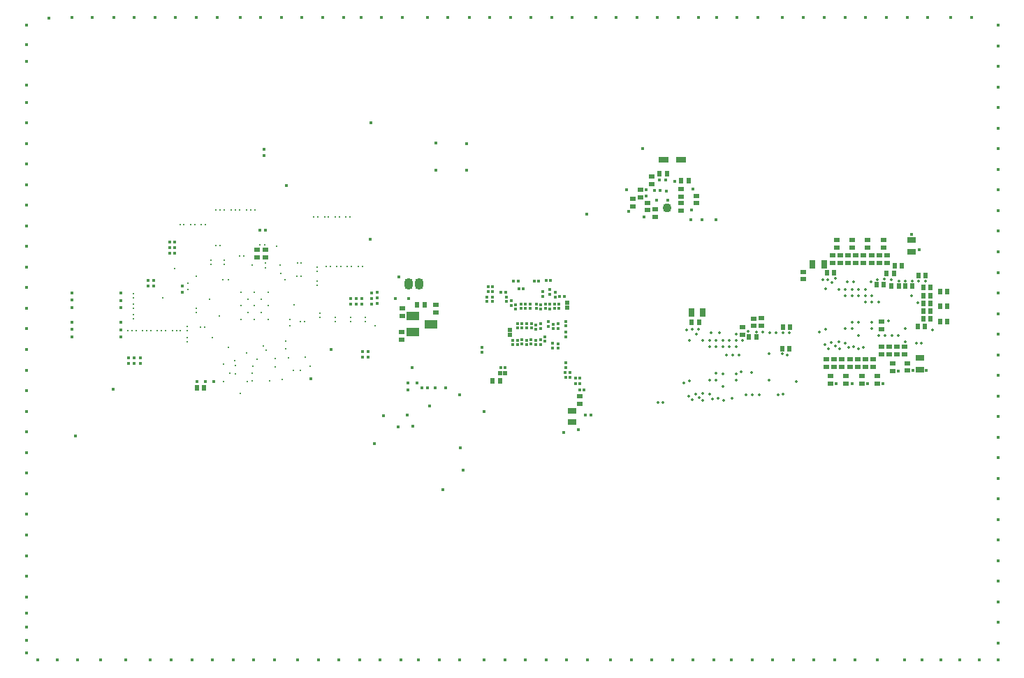
<source format=gbs>
G04*
G04 #@! TF.GenerationSoftware,Altium Limited,Altium Designer,24.0.1 (36)*
G04*
G04 Layer_Color=16711935*
%FSLAX43Y43*%
%MOMM*%
G71*
G04*
G04 #@! TF.SameCoordinates,D2B2AA1F-A82D-4DD2-BA18-01BE398CF795*
G04*
G04*
G04 #@! TF.FilePolarity,Negative*
G04*
G01*
G75*
%ADD14R,0.610X0.660*%
%ADD15R,0.610X0.800*%
%ADD16R,0.800X0.610*%
%ADD20R,0.740X0.990*%
%ADD33R,0.990X0.740*%
%ADD34R,0.660X0.610*%
%ADD36R,0.450X0.450*%
%ADD38O,1.100X1.400*%
%ADD39C,0.450*%
%ADD40C,0.350*%
%ADD41C,0.300*%
%ADD103R,1.500X1.100*%
%ADD104R,0.450X0.450*%
%ADD105R,1.100X0.740*%
%ADD106R,1.160X0.640*%
%ADD107R,0.500X0.600*%
%ADD108R,0.600X0.500*%
%ADD109C,1.100*%
D14*
X112475Y43715D02*
D03*
X111575D02*
D03*
X111583Y45525D02*
D03*
X112483D02*
D03*
X108233Y46170D02*
D03*
X107333D02*
D03*
X98758Y47800D02*
D03*
X97858D02*
D03*
X103883Y46360D02*
D03*
X104783D02*
D03*
X92433Y38600D02*
D03*
X93333D02*
D03*
X105683Y46170D02*
D03*
X106583D02*
D03*
X88408Y40002D02*
D03*
X89308D02*
D03*
X92533Y41200D02*
D03*
X93433D02*
D03*
X111583Y41875D02*
D03*
X112483D02*
D03*
X108958Y47450D02*
D03*
X109858D02*
D03*
X82382Y41782D02*
D03*
X81482D02*
D03*
X77575Y59864D02*
D03*
X78475D02*
D03*
D15*
X48183Y43917D02*
D03*
X49083D02*
D03*
X106082Y48685D02*
D03*
X106982D02*
D03*
X106008Y47735D02*
D03*
X105108D02*
D03*
X22400Y33879D02*
D03*
X21500D02*
D03*
X108883Y41250D02*
D03*
X109783D02*
D03*
X109533Y46000D02*
D03*
X110433D02*
D03*
X109533Y42200D02*
D03*
X110433D02*
D03*
X109533Y44100D02*
D03*
X110433D02*
D03*
X109533Y43150D02*
D03*
X110433D02*
D03*
X109533Y45050D02*
D03*
X110433D02*
D03*
X57323Y34723D02*
D03*
X58223D02*
D03*
X80207Y58980D02*
D03*
X81107D02*
D03*
D16*
X88975Y41350D02*
D03*
Y42250D02*
D03*
X46300Y39675D02*
D03*
Y40575D02*
D03*
X89933Y41400D02*
D03*
Y42300D02*
D03*
X104533Y41875D02*
D03*
Y40975D02*
D03*
X95033Y47025D02*
D03*
Y47925D02*
D03*
X28805Y49680D02*
D03*
Y50580D02*
D03*
X29780Y49680D02*
D03*
Y50580D02*
D03*
X100658Y37275D02*
D03*
Y36375D02*
D03*
X105183Y49025D02*
D03*
Y49925D02*
D03*
X107308Y38800D02*
D03*
Y37900D02*
D03*
X102558Y37275D02*
D03*
Y36375D02*
D03*
X99483Y49025D02*
D03*
Y49925D02*
D03*
X106358Y38800D02*
D03*
Y37900D02*
D03*
X103508Y37275D02*
D03*
Y36375D02*
D03*
X104458Y38800D02*
D03*
Y37900D02*
D03*
X100433Y49025D02*
D03*
Y49925D02*
D03*
X98533Y49025D02*
D03*
Y49925D02*
D03*
X98758Y37275D02*
D03*
Y36375D02*
D03*
X99708Y37275D02*
D03*
Y36375D02*
D03*
X103283Y49025D02*
D03*
Y49925D02*
D03*
X102333Y49025D02*
D03*
Y49925D02*
D03*
X105408Y38800D02*
D03*
Y37900D02*
D03*
X104233Y49025D02*
D03*
Y49925D02*
D03*
X101383Y49025D02*
D03*
Y49925D02*
D03*
X101608Y37275D02*
D03*
Y36375D02*
D03*
X97808Y37275D02*
D03*
Y36375D02*
D03*
X67890Y32815D02*
D03*
Y31915D02*
D03*
X74375Y55875D02*
D03*
Y56775D02*
D03*
X80171Y57061D02*
D03*
Y57961D02*
D03*
X80175Y56255D02*
D03*
Y55355D02*
D03*
D20*
X82833Y42975D02*
D03*
X81433D02*
D03*
X97508Y48825D02*
D03*
X96108D02*
D03*
D33*
X108132Y51758D02*
D03*
Y50358D02*
D03*
X109133Y37475D02*
D03*
Y36075D02*
D03*
D34*
X50485Y43888D02*
D03*
Y42988D02*
D03*
X46382Y42565D02*
D03*
Y43465D02*
D03*
X99058Y50850D02*
D03*
Y51750D02*
D03*
X100908Y50850D02*
D03*
Y51750D02*
D03*
X102833Y50850D02*
D03*
Y51750D02*
D03*
X107608Y36825D02*
D03*
Y35925D02*
D03*
X105833Y36800D02*
D03*
Y35900D02*
D03*
X87658Y40300D02*
D03*
Y41200D02*
D03*
X104008Y34375D02*
D03*
Y35275D02*
D03*
X102108Y34375D02*
D03*
Y35275D02*
D03*
X100208Y34375D02*
D03*
Y35275D02*
D03*
X98283Y34375D02*
D03*
Y35275D02*
D03*
X104758Y51750D02*
D03*
Y50850D02*
D03*
X76615Y59480D02*
D03*
Y58580D02*
D03*
X75260Y56980D02*
D03*
Y57880D02*
D03*
X82015Y56255D02*
D03*
Y57155D02*
D03*
X77027Y55505D02*
D03*
Y54605D02*
D03*
X76110Y56305D02*
D03*
Y55405D02*
D03*
D36*
X66171Y35716D02*
D03*
X66721D02*
D03*
X62950Y46787D02*
D03*
X62400D02*
D03*
X60525Y45850D02*
D03*
X61075D02*
D03*
X58900Y45425D02*
D03*
X58350D02*
D03*
X60452Y46829D02*
D03*
X59902D02*
D03*
X65483Y44894D02*
D03*
X66033D02*
D03*
X63850Y46837D02*
D03*
X64400D02*
D03*
X58325Y36331D02*
D03*
X58875D02*
D03*
X67941Y34986D02*
D03*
X67391D02*
D03*
X68440Y33588D02*
D03*
X67890D02*
D03*
X67941Y34367D02*
D03*
X67391D02*
D03*
X66198Y35094D02*
D03*
X66748D02*
D03*
D38*
X47175Y46475D02*
D03*
X48425D02*
D03*
D39*
X2175Y830D02*
D03*
X4600D02*
D03*
X7050D02*
D03*
X9875D02*
D03*
X12900D02*
D03*
X15825D02*
D03*
X825Y1625D02*
D03*
Y3225D02*
D03*
Y4775D02*
D03*
Y6500D02*
D03*
X3600Y78750D02*
D03*
X825Y77825D02*
D03*
Y75500D02*
D03*
Y70575D02*
D03*
X95000Y78775D02*
D03*
X92500D02*
D03*
X115411D02*
D03*
X112911D02*
D03*
X110086D02*
D03*
X97586D02*
D03*
X100086D02*
D03*
X102586D02*
D03*
X105086D02*
D03*
X107586D02*
D03*
X51925D02*
D03*
X49425D02*
D03*
X89486D02*
D03*
X86986D02*
D03*
X84486D02*
D03*
X79836D02*
D03*
X77336D02*
D03*
X74836D02*
D03*
X72336D02*
D03*
X69836D02*
D03*
X82336D02*
D03*
X67011D02*
D03*
X54511D02*
D03*
X57011D02*
D03*
X59511D02*
D03*
X62011D02*
D03*
X64511D02*
D03*
X21436D02*
D03*
X18936D02*
D03*
X16436D02*
D03*
X13936D02*
D03*
X11436D02*
D03*
X23936D02*
D03*
X39261D02*
D03*
X26761D02*
D03*
X29261D02*
D03*
X31761D02*
D03*
X34261D02*
D03*
X36761D02*
D03*
X41411D02*
D03*
X43911D02*
D03*
X46411D02*
D03*
X28386Y830D02*
D03*
X25886D02*
D03*
X23386D02*
D03*
X20886D02*
D03*
X18386D02*
D03*
X30886D02*
D03*
X46211D02*
D03*
X33711D02*
D03*
X36211D02*
D03*
X38711D02*
D03*
X41211D02*
D03*
X43711D02*
D03*
X48361D02*
D03*
X50861D02*
D03*
X53361D02*
D03*
X107300D02*
D03*
X104000Y805D02*
D03*
X101286D02*
D03*
X96311Y830D02*
D03*
X93811D02*
D03*
X91311D02*
D03*
X88811D02*
D03*
X86311D02*
D03*
X98811D02*
D03*
X81661D02*
D03*
X79161D02*
D03*
X76661D02*
D03*
X74161D02*
D03*
X71661D02*
D03*
X84161D02*
D03*
X118625Y2850D02*
D03*
Y5350D02*
D03*
Y7850D02*
D03*
Y10350D02*
D03*
Y12850D02*
D03*
X109425Y830D02*
D03*
X111725D02*
D03*
X113975D02*
D03*
X116325D02*
D03*
X118625D02*
D03*
Y15350D02*
D03*
Y32850D02*
D03*
Y35350D02*
D03*
Y37850D02*
D03*
Y40350D02*
D03*
Y42850D02*
D03*
Y17850D02*
D03*
Y20350D02*
D03*
Y22850D02*
D03*
Y25350D02*
D03*
Y27850D02*
D03*
Y30350D02*
D03*
Y45350D02*
D03*
Y62850D02*
D03*
Y65350D02*
D03*
Y67850D02*
D03*
Y70350D02*
D03*
Y72850D02*
D03*
Y47850D02*
D03*
Y50350D02*
D03*
Y52850D02*
D03*
Y55350D02*
D03*
Y57850D02*
D03*
Y60350D02*
D03*
Y77850D02*
D03*
Y75350D02*
D03*
X825Y23475D02*
D03*
Y25975D02*
D03*
Y28475D02*
D03*
Y30975D02*
D03*
Y33475D02*
D03*
Y8475D02*
D03*
Y10975D02*
D03*
Y13475D02*
D03*
Y15975D02*
D03*
Y18475D02*
D03*
Y20975D02*
D03*
Y35975D02*
D03*
Y73500D02*
D03*
Y66000D02*
D03*
Y68500D02*
D03*
X6350Y78775D02*
D03*
X8850D02*
D03*
X6800Y27975D02*
D03*
X23575Y34600D02*
D03*
X42656Y44024D02*
D03*
X37800Y38525D02*
D03*
X53329Y32955D02*
D03*
X47189Y44713D02*
D03*
X21490Y34600D02*
D03*
X22500D02*
D03*
X42575Y65995D02*
D03*
X50389Y33869D02*
D03*
X68777Y54958D02*
D03*
X109050Y50575D02*
D03*
X49725Y31600D02*
D03*
X47672Y29202D02*
D03*
X48200Y34420D02*
D03*
X47112Y33546D02*
D03*
X46975Y30500D02*
D03*
X47125Y34425D02*
D03*
X47625Y36300D02*
D03*
X50450Y60275D02*
D03*
Y63575D02*
D03*
X45995Y47305D02*
D03*
X53800Y23875D02*
D03*
X53467Y26550D02*
D03*
X51350Y21475D02*
D03*
X54175Y63500D02*
D03*
X54195Y60275D02*
D03*
X42252Y38285D02*
D03*
X41577D02*
D03*
X14637Y36823D02*
D03*
X13912D02*
D03*
X14637Y37498D02*
D03*
X13912D02*
D03*
X13187D02*
D03*
Y36823D02*
D03*
X19700Y46198D02*
D03*
X16298Y46890D02*
D03*
X15623D02*
D03*
X16298Y46165D02*
D03*
X15623D02*
D03*
X18850Y51523D02*
D03*
Y50848D02*
D03*
Y50173D02*
D03*
X18175D02*
D03*
Y50848D02*
D03*
Y51523D02*
D03*
X19702Y45473D02*
D03*
X42535Y51865D02*
D03*
X29100Y52950D02*
D03*
X29780D02*
D03*
X42656Y45374D02*
D03*
Y44699D02*
D03*
X43326Y44729D02*
D03*
Y45404D02*
D03*
X41473Y44713D02*
D03*
X40798D02*
D03*
X40123D02*
D03*
Y44038D02*
D03*
X40798D02*
D03*
X41473D02*
D03*
X43326Y44054D02*
D03*
X35350Y34945D02*
D03*
X42252Y37560D02*
D03*
X41577D02*
D03*
X32365Y58430D02*
D03*
X45533Y44683D02*
D03*
X12276Y44465D02*
D03*
X12251Y41802D02*
D03*
Y40902D02*
D03*
X12276Y45365D02*
D03*
X6348Y43576D02*
D03*
Y40914D02*
D03*
Y44476D02*
D03*
X12276Y43565D02*
D03*
X6348Y45376D02*
D03*
Y40014D02*
D03*
X11387Y33647D02*
D03*
X12251Y40002D02*
D03*
X6348Y41814D02*
D03*
X44087Y30462D02*
D03*
X43063Y27050D02*
D03*
X45909Y29117D02*
D03*
X29631Y62047D02*
D03*
X29642Y62800D02*
D03*
X108125Y52475D02*
D03*
X109950Y35925D02*
D03*
X108275D02*
D03*
X106525Y35900D02*
D03*
X98950Y34375D02*
D03*
X104675D02*
D03*
X102775D02*
D03*
X100900D02*
D03*
X84406Y54265D02*
D03*
X81406D02*
D03*
X82774D02*
D03*
X75500Y62900D02*
D03*
X73575Y57875D02*
D03*
X73884Y55227D02*
D03*
X56293Y30993D02*
D03*
X825Y51000D02*
D03*
Y48500D02*
D03*
Y46000D02*
D03*
Y43500D02*
D03*
Y41000D02*
D03*
Y38500D02*
D03*
Y63500D02*
D03*
Y61000D02*
D03*
Y58500D02*
D03*
Y56000D02*
D03*
Y53500D02*
D03*
X68836Y830D02*
D03*
X56336D02*
D03*
X58836D02*
D03*
X61336D02*
D03*
X63836D02*
D03*
X66336D02*
D03*
X51631Y33875D02*
D03*
X49475Y33855D02*
D03*
X48806D02*
D03*
X77675Y57800D02*
D03*
X81600Y57950D02*
D03*
X69284Y30569D02*
D03*
X65956Y28400D02*
D03*
X67730Y28759D02*
D03*
X68584Y30569D02*
D03*
X81475Y55405D02*
D03*
X78550Y56630D02*
D03*
X77250D02*
D03*
X76975Y57805D02*
D03*
X75925Y57145D02*
D03*
Y57880D02*
D03*
X78350Y59055D02*
D03*
X77575Y59080D02*
D03*
X79450Y58930D02*
D03*
X78375Y57705D02*
D03*
X75675Y54605D02*
D03*
D40*
X103182Y46700D02*
D03*
X84459Y38795D02*
D03*
X93332Y40550D02*
D03*
X81213Y34700D02*
D03*
X102534Y45820D02*
D03*
X100932D02*
D03*
X83657Y38795D02*
D03*
X83849Y40500D02*
D03*
X91982Y32975D02*
D03*
X92532Y40550D02*
D03*
X91729D02*
D03*
X103992Y46992D02*
D03*
X97707Y45850D02*
D03*
X98882Y47094D02*
D03*
X100333Y46689D02*
D03*
X99332Y45800D02*
D03*
X98500Y46631D02*
D03*
X97982Y46962D02*
D03*
X101130Y46724D02*
D03*
X97382Y46962D02*
D03*
X94157Y34625D02*
D03*
X80907Y40894D02*
D03*
X84457Y35577D02*
D03*
X86857Y35575D02*
D03*
X85257Y35575D02*
D03*
X86457Y37827D02*
D03*
X85682D02*
D03*
X87182D02*
D03*
X81507Y40925D02*
D03*
X82332D02*
D03*
X88307Y40715D02*
D03*
X103332Y45020D02*
D03*
X108132Y45000D02*
D03*
X80508Y34420D02*
D03*
X104792Y47037D02*
D03*
X108910Y44200D02*
D03*
X106582Y46800D02*
D03*
X93032Y37850D02*
D03*
X81232Y39625D02*
D03*
X89333Y40650D02*
D03*
X105333Y41950D02*
D03*
X109807Y46775D02*
D03*
X107332Y39425D02*
D03*
X108732Y39275D02*
D03*
X92432Y37950D02*
D03*
X105704Y47005D02*
D03*
X84032Y32500D02*
D03*
X88732Y35725D02*
D03*
X82407Y32675D02*
D03*
X88057Y33025D02*
D03*
X108182Y46800D02*
D03*
X100507Y38725D02*
D03*
X101732Y41795D02*
D03*
X110677Y40875D02*
D03*
X104933Y40202D02*
D03*
X98882Y38900D02*
D03*
X87657Y39595D02*
D03*
X86857Y38795D02*
D03*
X77432Y32048D02*
D03*
X82858Y32275D02*
D03*
X85257Y38795D02*
D03*
X101733Y45000D02*
D03*
X84883Y40525D02*
D03*
X81566Y32386D02*
D03*
X85357Y32325D02*
D03*
X99382Y38550D02*
D03*
X100132Y45020D02*
D03*
X98082Y38600D02*
D03*
X83657Y34775D02*
D03*
X103332Y44220D02*
D03*
X90857Y37995D02*
D03*
X86857Y39595D02*
D03*
X85237Y33975D02*
D03*
X105732Y40200D02*
D03*
X106532D02*
D03*
X101732Y45800D02*
D03*
X88857Y33025D02*
D03*
X85257Y39595D02*
D03*
X101732Y38550D02*
D03*
X100132Y41000D02*
D03*
X86057Y39595D02*
D03*
X84657Y32575D02*
D03*
X82057Y40375D02*
D03*
X104132Y44220D02*
D03*
X101732Y40200D02*
D03*
X98432Y39324D02*
D03*
X90932Y40550D02*
D03*
X86057Y38795D02*
D03*
X84457Y39595D02*
D03*
X82857Y39575D02*
D03*
X108982Y46800D02*
D03*
X100132Y39275D02*
D03*
X89657Y33025D02*
D03*
X100932Y41000D02*
D03*
X86907Y40400D02*
D03*
X107332Y41000D02*
D03*
X100132Y45820D02*
D03*
X97682Y40925D02*
D03*
X86357Y32550D02*
D03*
X81957Y33099D02*
D03*
X81157Y32825D02*
D03*
X90857Y34775D02*
D03*
X101132Y38800D02*
D03*
X109332Y39275D02*
D03*
X103332Y41005D02*
D03*
X102532Y44220D02*
D03*
X100932Y45020D02*
D03*
X99332Y39400D02*
D03*
X83657Y39595D02*
D03*
X104132Y40200D02*
D03*
X102332Y38775D02*
D03*
X92582Y33075D02*
D03*
X84457Y34790D02*
D03*
X102532Y45020D02*
D03*
X96982Y40650D02*
D03*
X87457Y35750D02*
D03*
X86857Y34775D02*
D03*
X83657Y33050D02*
D03*
X82857Y33195D02*
D03*
X103332Y41795D02*
D03*
X97632Y39050D02*
D03*
X107382Y46800D02*
D03*
X100932Y41795D02*
D03*
X90133Y40575D02*
D03*
X78032Y32048D02*
D03*
D41*
X28240Y35580D02*
D03*
X15926Y40798D02*
D03*
X15425D02*
D03*
X17726D02*
D03*
X17225D02*
D03*
X16724D02*
D03*
X14924D02*
D03*
X29568Y38952D02*
D03*
X20325Y40750D02*
D03*
X19526Y40798D02*
D03*
X19025D02*
D03*
X18524D02*
D03*
X20325Y39400D02*
D03*
Y39900D02*
D03*
X24725Y36760D02*
D03*
X26110Y37175D02*
D03*
X23410Y39977D02*
D03*
X25335Y38737D02*
D03*
X28300Y36460D02*
D03*
X29870Y38377D02*
D03*
X27565Y38110D02*
D03*
X34025Y35990D02*
D03*
X33200Y35930D02*
D03*
X32235Y38570D02*
D03*
X30985Y36420D02*
D03*
X28785Y37270D02*
D03*
X41904Y41900D02*
D03*
X36420Y42875D02*
D03*
X41904Y42401D02*
D03*
X43100Y41400D02*
D03*
X38304Y41900D02*
D03*
X26850Y42150D02*
D03*
X34125Y47350D02*
D03*
X33625D02*
D03*
X32170Y46930D02*
D03*
X33675Y49000D02*
D03*
X34175D02*
D03*
X38450Y48575D02*
D03*
X38950D02*
D03*
X37150D02*
D03*
X37650D02*
D03*
X36050Y46825D02*
D03*
X36075Y47975D02*
D03*
Y48475D02*
D03*
X36050Y46325D02*
D03*
X13850Y45300D02*
D03*
Y44800D02*
D03*
Y44000D02*
D03*
X20385Y45750D02*
D03*
Y46575D02*
D03*
X21400Y43525D02*
D03*
X17395Y44790D02*
D03*
X13850Y43500D02*
D03*
X19951Y53623D02*
D03*
X19450D02*
D03*
X18850Y48290D02*
D03*
X27524Y55425D02*
D03*
X28025D02*
D03*
X28526D02*
D03*
X25674D02*
D03*
X26175D02*
D03*
X26676D02*
D03*
X24826D02*
D03*
X24325D02*
D03*
X21251Y53623D02*
D03*
X20750D02*
D03*
X22551D02*
D03*
X22050D02*
D03*
X24276Y51123D02*
D03*
X23775D02*
D03*
X23824Y55425D02*
D03*
X24675Y46975D02*
D03*
X25325D02*
D03*
X30150Y45450D02*
D03*
Y43800D02*
D03*
X28500D02*
D03*
X23008Y44625D02*
D03*
X21450Y47348D02*
D03*
X26850Y43800D02*
D03*
Y45450D02*
D03*
X39525Y54575D02*
D03*
X40025D02*
D03*
X41050Y48575D02*
D03*
X41550D02*
D03*
X39750D02*
D03*
X40250D02*
D03*
X23250Y48800D02*
D03*
Y49300D02*
D03*
X31670Y47700D02*
D03*
X29800Y48400D02*
D03*
X28225Y48775D02*
D03*
X31575Y48773D02*
D03*
X24850Y49323D02*
D03*
X26675Y49850D02*
D03*
X27175D02*
D03*
X24850Y48823D02*
D03*
X29100Y51225D02*
D03*
X29763D02*
D03*
X29784Y49027D02*
D03*
X31150Y51033D02*
D03*
X38250Y54575D02*
D03*
X38750D02*
D03*
X36975D02*
D03*
X37475D02*
D03*
X35700D02*
D03*
X36200D02*
D03*
X33280Y43875D02*
D03*
X30960Y37380D02*
D03*
X32235Y39530D02*
D03*
X26165Y36510D02*
D03*
X31850Y34840D02*
D03*
X28240Y34680D02*
D03*
X30285D02*
D03*
X26165Y35550D02*
D03*
X27600Y34640D02*
D03*
X25500Y35610D02*
D03*
X24722Y34610D02*
D03*
X28500Y42150D02*
D03*
X13850Y42200D02*
D03*
X21924Y41202D02*
D03*
X22425D02*
D03*
X21400Y43025D02*
D03*
X13850Y42700D02*
D03*
X20325Y41250D02*
D03*
X14126Y40798D02*
D03*
X13625D02*
D03*
X30150Y42150D02*
D03*
X24188Y42562D02*
D03*
X36420Y42375D02*
D03*
X40104Y42401D02*
D03*
Y41900D02*
D03*
X38304Y42401D02*
D03*
X34635Y37550D02*
D03*
X32590Y37490D02*
D03*
X34575Y41850D02*
D03*
X34075D02*
D03*
X32815Y41397D02*
D03*
X32772Y42100D02*
D03*
X35245Y36460D02*
D03*
X13124Y40798D02*
D03*
X26800Y33125D02*
D03*
X29325Y44625D02*
D03*
X27675D02*
D03*
X28500Y45450D02*
D03*
X29325Y42975D02*
D03*
X27675D02*
D03*
D103*
X47673Y40623D02*
D03*
Y42523D02*
D03*
X49873Y41573D02*
D03*
D104*
X66255Y36850D02*
D03*
Y36300D02*
D03*
X60351Y41655D02*
D03*
Y41105D02*
D03*
X60160Y43395D02*
D03*
Y43945D02*
D03*
X60915Y41105D02*
D03*
Y41655D02*
D03*
X61476Y41081D02*
D03*
Y41631D02*
D03*
X62038Y41657D02*
D03*
Y41107D02*
D03*
X61350Y43450D02*
D03*
Y44000D02*
D03*
X61900Y43450D02*
D03*
Y44000D02*
D03*
X60800Y43450D02*
D03*
Y44000D02*
D03*
X63162Y41057D02*
D03*
Y41607D02*
D03*
X64083Y41306D02*
D03*
Y41856D02*
D03*
X64706Y41579D02*
D03*
Y41029D02*
D03*
X62600Y40925D02*
D03*
Y41475D02*
D03*
X62592Y39603D02*
D03*
Y39053D02*
D03*
X64607Y39247D02*
D03*
Y38697D02*
D03*
X63714Y39486D02*
D03*
Y40036D02*
D03*
X63154Y39672D02*
D03*
Y39122D02*
D03*
X63200Y43925D02*
D03*
Y43375D02*
D03*
X62650Y43455D02*
D03*
Y44005D02*
D03*
X64850Y44000D02*
D03*
Y43450D02*
D03*
X63750Y43475D02*
D03*
Y44025D02*
D03*
X64915Y44885D02*
D03*
Y45435D02*
D03*
X63400Y45500D02*
D03*
Y44950D02*
D03*
X64300Y43975D02*
D03*
Y43425D02*
D03*
X64305Y45202D02*
D03*
Y45752D02*
D03*
X59805Y39625D02*
D03*
Y39075D02*
D03*
X60355D02*
D03*
Y39625D02*
D03*
X60905Y39148D02*
D03*
Y39698D02*
D03*
X61467Y39074D02*
D03*
Y39624D02*
D03*
X62030Y39133D02*
D03*
Y39683D02*
D03*
X66205Y41350D02*
D03*
Y41900D02*
D03*
X65274Y39198D02*
D03*
Y38648D02*
D03*
X66250Y40600D02*
D03*
Y40050D02*
D03*
X65325Y41600D02*
D03*
Y41050D02*
D03*
X65395Y44000D02*
D03*
Y43450D02*
D03*
X56800Y45550D02*
D03*
Y46100D02*
D03*
X57375Y45550D02*
D03*
Y46100D02*
D03*
X59609Y44406D02*
D03*
Y43856D02*
D03*
X56064Y38198D02*
D03*
Y38748D02*
D03*
X57350Y44875D02*
D03*
Y44325D02*
D03*
X56696Y44880D02*
D03*
Y44330D02*
D03*
X59050Y44300D02*
D03*
Y44850D02*
D03*
D105*
X67000Y29675D02*
D03*
Y31075D02*
D03*
D106*
X78055Y61562D02*
D03*
X80195D02*
D03*
D107*
X58275Y35625D02*
D03*
X58875D02*
D03*
D108*
X59425Y40300D02*
D03*
Y40900D02*
D03*
X66417Y43550D02*
D03*
Y44150D02*
D03*
D109*
X78516Y55665D02*
D03*
M02*

</source>
